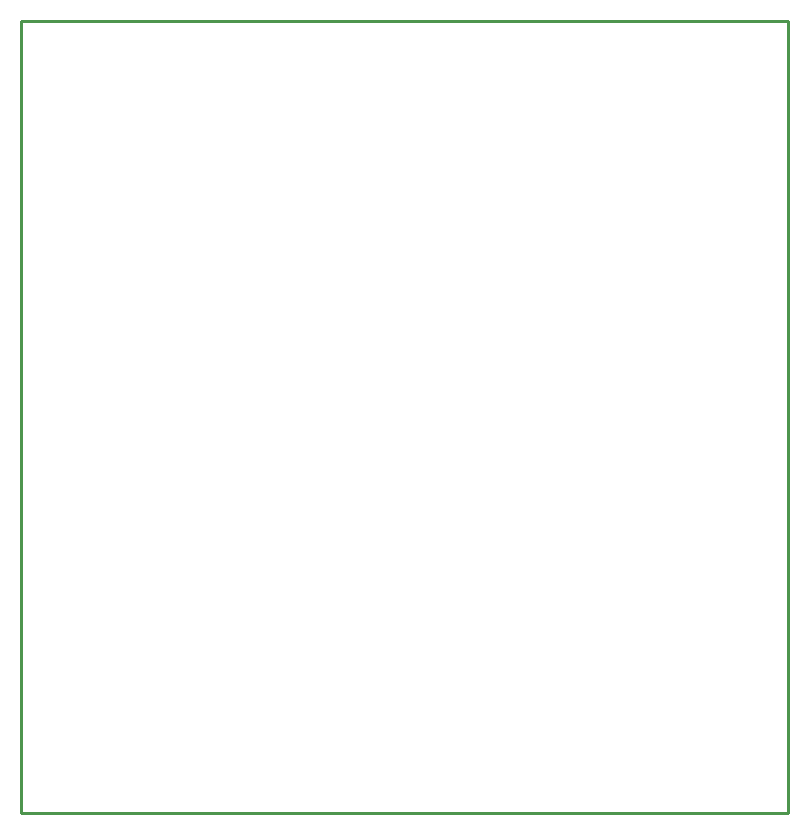
<source format=gbr>
G04 #@! TF.FileFunction,Profile,NP*
%FSLAX46Y46*%
G04 Gerber Fmt 4.6, Leading zero omitted, Abs format (unit mm)*
G04 Created by KiCad (PCBNEW 201610010949+7276~55~ubuntu14.04.1-) date Wed Oct  5 10:29:21 2016*
%MOMM*%
%LPD*%
G01*
G04 APERTURE LIST*
%ADD10C,0.100000*%
%ADD11C,0.254000*%
G04 APERTURE END LIST*
D10*
D11*
X115000000Y-120000000D02*
X115000000Y-53000000D01*
X180000000Y-120000000D02*
X115000000Y-120000000D01*
X180000000Y-53000000D02*
X180000000Y-120000000D01*
X115000000Y-53000000D02*
X180000000Y-53000000D01*
M02*

</source>
